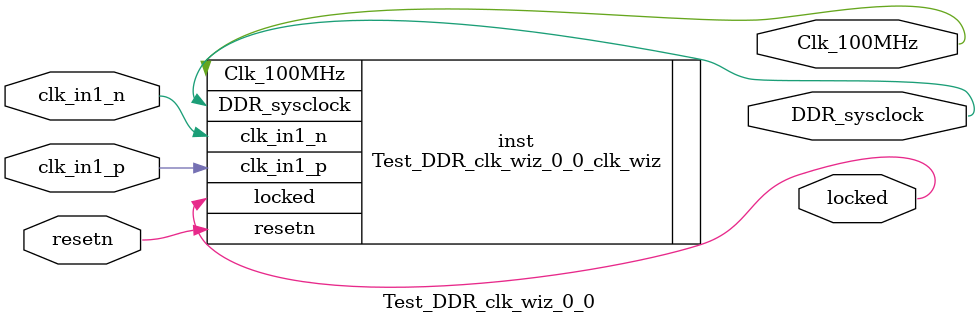
<source format=v>


`timescale 1ps/1ps

(* CORE_GENERATION_INFO = "Test_DDR_clk_wiz_0_0,clk_wiz_v6_0_12_0_0,{component_name=Test_DDR_clk_wiz_0_0,use_phase_alignment=true,use_min_o_jitter=false,use_max_i_jitter=false,use_dyn_phase_shift=false,use_inclk_switchover=false,use_dyn_reconfig=false,enable_axi=0,feedback_source=FDBK_AUTO,PRIMITIVE=MMCM,num_out_clk=2,clkin1_period=6.250,clkin2_period=10.000,use_power_down=false,use_reset=true,use_locked=true,use_inclk_stopped=false,feedback_type=SINGLE,CLOCK_MGR_TYPE=NA,manual_override=false}" *)

module Test_DDR_clk_wiz_0_0 
 (
  // Clock out ports
  output        DDR_sysclock,
  output        Clk_100MHz,
  // Status and control signals
  input         resetn,
  output        locked,
 // Clock in ports
  input         clk_in1_p,
  input         clk_in1_n
 );

  Test_DDR_clk_wiz_0_0_clk_wiz inst
  (
  // Clock out ports  
  .DDR_sysclock(DDR_sysclock),
  .Clk_100MHz(Clk_100MHz),
  // Status and control signals               
  .resetn(resetn), 
  .locked(locked),
 // Clock in ports
  .clk_in1_p(clk_in1_p),
  .clk_in1_n(clk_in1_n)
  );

endmodule

</source>
